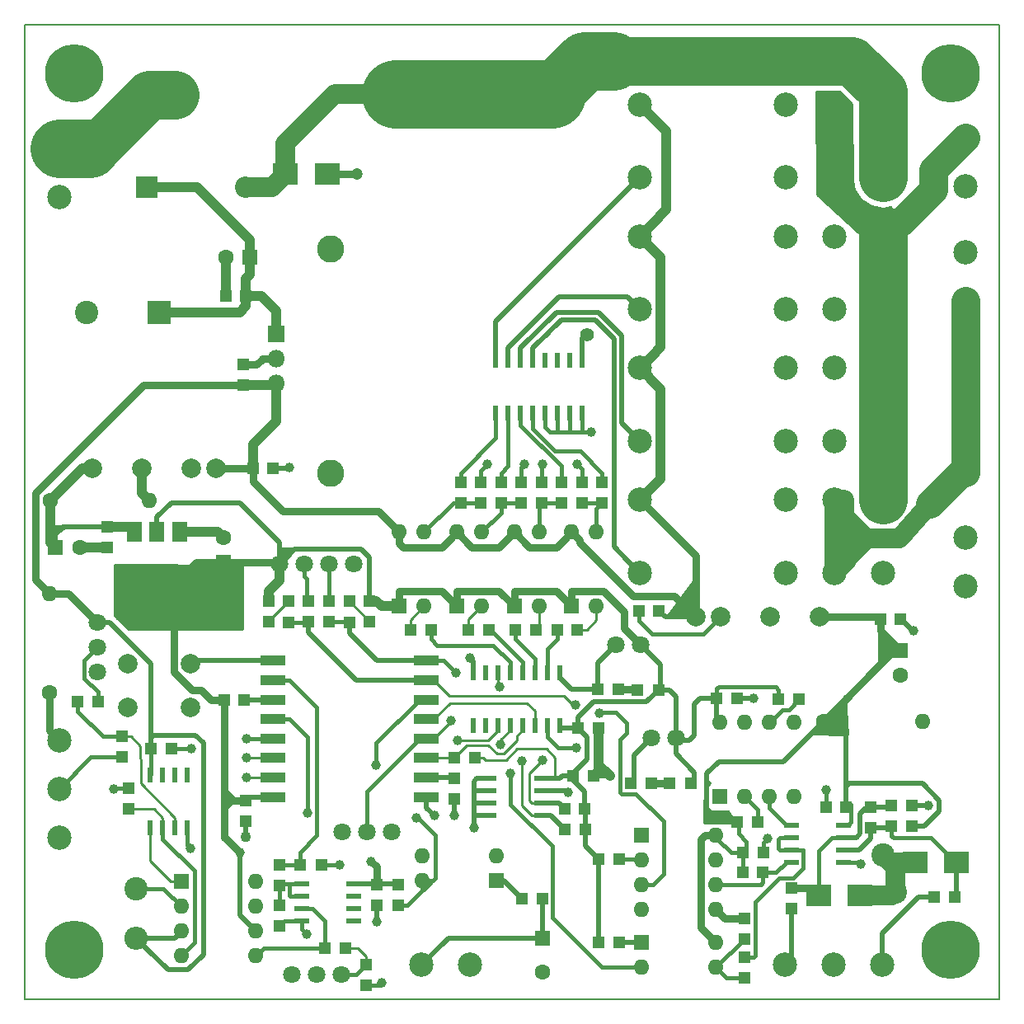
<source format=gbr>
%TF.GenerationSoftware,KiCad,Pcbnew,(6.0.0-rc1-dev-882-gdbc9130da)*%
%TF.CreationDate,2018-12-23T18:02:44+08:00*%
%TF.ProjectId,interface,696E746572666163652E6B696361645F,rev?*%
%TF.SameCoordinates,Original*%
%TF.FileFunction,Copper,L1,Top,Signal*%
%TF.FilePolarity,Positive*%
%FSLAX46Y46*%
G04 Gerber Fmt 4.6, Leading zero omitted, Abs format (unit mm)*
G04 Created by KiCad (PCBNEW (6.0.0-rc1-dev-882-gdbc9130da)) date 2018/12/23 18:02:44*
%MOMM*%
%LPD*%
G01*
G04 APERTURE LIST*
%ADD10C,0.150000*%
%ADD11R,1.200000X1.200000*%
%ADD12R,1.600000X1.600000*%
%ADD13O,1.600000X1.600000*%
%ADD14R,2.500000X2.300000*%
%ADD15R,1.550000X0.600000*%
%ADD16C,2.500000*%
%ADD17C,2.000000*%
%ADD18C,1.600000*%
%ADD19C,2.800000*%
%ADD20R,0.600000X1.550000*%
%ADD21R,2.600000X1.100000*%
%ADD22R,0.600000X1.500000*%
%ADD23R,3.800000X2.000000*%
%ADD24R,1.500000X2.000000*%
%ADD25R,1.800000X1.800000*%
%ADD26O,1.800000X1.800000*%
%ADD27C,2.400000*%
%ADD28O,2.400000X2.400000*%
%ADD29C,1.800000*%
%ADD30O,4.000000X2.500000*%
%ADD31R,2.200000X2.200000*%
%ADD32O,2.200000X2.200000*%
%ADD33R,2.400000X2.400000*%
%ADD34C,1.400000*%
%ADD35C,6.000000*%
%ADD36C,1.000000*%
%ADD37C,1.200000*%
%ADD38C,1.100000*%
%ADD39C,0.762000*%
%ADD40C,0.381000*%
%ADD41C,1.000000*%
%ADD42C,0.508000*%
%ADD43C,1.016000*%
%ADD44C,2.000000*%
%ADD45C,0.254000*%
%ADD46C,7.000000*%
%ADD47C,6.000000*%
%ADD48C,5.000000*%
%ADD49C,3.000000*%
G04 APERTURE END LIST*
D10*
X100000000Y-150000000D02*
X200000000Y-150000000D01*
X200000000Y-150000000D02*
X200000000Y-50000000D01*
X100000000Y-50000000D02*
X200000000Y-50000000D01*
X100000000Y-50000000D02*
X100000000Y-150000000D01*
D11*
X173842680Y-143835120D03*
X173842680Y-141735120D03*
X173842680Y-147840120D03*
X173842680Y-145740120D03*
X193332680Y-139517120D03*
X195432680Y-139517120D03*
X178668680Y-140728120D03*
X178668680Y-138628120D03*
X146211000Y-125222000D03*
X144111000Y-125222000D03*
D12*
X150222372Y-109692440D03*
D13*
X152762372Y-102072440D03*
X152762372Y-109692440D03*
X150222372Y-102072440D03*
D14*
X191368680Y-135961120D03*
X195668680Y-135961120D03*
D11*
X173698480Y-134995920D03*
X175798480Y-134995920D03*
D15*
X178666160Y-132135880D03*
X178666160Y-133405880D03*
X178666160Y-134675880D03*
X178666160Y-135945880D03*
X184066160Y-135945880D03*
X184066160Y-134675880D03*
X184066160Y-133405880D03*
X184066160Y-132135880D03*
D16*
X188103560Y-106239960D03*
X183103560Y-106239960D03*
X178103560Y-106239960D03*
X188103560Y-98739960D03*
X183103560Y-98739960D03*
X178103560Y-98739960D03*
X163103560Y-106239960D03*
X163103560Y-98739960D03*
D17*
X106934000Y-95504000D03*
X112014000Y-95504000D03*
X117094000Y-95504000D03*
X119634000Y-95504000D03*
D18*
X102519480Y-118572280D03*
D13*
X102519480Y-108412280D03*
D14*
X181462680Y-139390120D03*
X185762680Y-139390120D03*
X126722000Y-65278000D03*
X131022000Y-65278000D03*
D19*
X131362542Y-96025806D03*
X131362542Y-73025806D03*
D12*
X163316920Y-133167120D03*
D13*
X170936920Y-140787120D03*
X163316920Y-135707120D03*
X170936920Y-138247120D03*
X163316920Y-138247120D03*
X170936920Y-135707120D03*
X163316920Y-140787120D03*
X170936920Y-133167120D03*
D12*
X171373800Y-129250440D03*
D13*
X178993800Y-121630440D03*
X173913800Y-129250440D03*
X176453800Y-121630440D03*
X176453800Y-129250440D03*
X173913800Y-121630440D03*
X178993800Y-129250440D03*
X171373800Y-121630440D03*
D15*
X128369080Y-138211560D03*
X128369080Y-139481560D03*
X128369080Y-140751560D03*
X128369080Y-142021560D03*
X133769080Y-142021560D03*
X133769080Y-140751560D03*
X133769080Y-139481560D03*
X133769080Y-138211560D03*
D12*
X163316920Y-144195800D03*
D13*
X170936920Y-146735800D03*
X163316920Y-146735800D03*
X170936920Y-144195800D03*
D12*
X116037360Y-137972800D03*
D13*
X123657360Y-145592800D03*
X116037360Y-140512800D03*
X123657360Y-143052800D03*
X116037360Y-143052800D03*
X123657360Y-140512800D03*
X116037360Y-145592800D03*
X123657360Y-137972800D03*
D20*
X112849560Y-132417800D03*
X114119560Y-132417800D03*
X115389560Y-132417800D03*
X116659560Y-132417800D03*
X116659560Y-127017800D03*
X115389560Y-127017800D03*
X114119560Y-127017800D03*
X112849560Y-127017800D03*
D15*
X147668000Y-127381000D03*
X147668000Y-128651000D03*
X147668000Y-129921000D03*
X147668000Y-131191000D03*
X153068000Y-131191000D03*
X153068000Y-129921000D03*
X153068000Y-128651000D03*
X153068000Y-127381000D03*
D21*
X125485160Y-129265440D03*
X141235160Y-129265440D03*
X125485160Y-127265440D03*
X141235160Y-127265440D03*
X125485160Y-125265440D03*
X141235160Y-125265440D03*
X125485160Y-123265440D03*
X141235160Y-123265440D03*
X125485160Y-121265440D03*
X141235160Y-121265440D03*
X125485160Y-119265440D03*
X141235160Y-119265440D03*
X125485160Y-117265440D03*
X141235160Y-117265440D03*
X125485160Y-115265440D03*
X141235160Y-115265440D03*
D22*
X154895000Y-116550000D03*
X153625000Y-116550000D03*
X152355000Y-116550000D03*
X151085000Y-116550000D03*
X149815000Y-116550000D03*
X148545000Y-116550000D03*
X147275000Y-116550000D03*
X146005000Y-116550000D03*
X146005000Y-121950000D03*
X147275000Y-121950000D03*
X148545000Y-121950000D03*
X149815000Y-121950000D03*
X151085000Y-121950000D03*
X152355000Y-121950000D03*
X153625000Y-121950000D03*
X154895000Y-121950000D03*
D12*
X156118560Y-109692440D03*
D13*
X158658560Y-102072440D03*
X158658560Y-109692440D03*
X156118560Y-102072440D03*
D12*
X144326186Y-109692440D03*
D13*
X146866186Y-102072440D03*
X146866186Y-109692440D03*
X144326186Y-102072440D03*
D12*
X148391880Y-137855960D03*
D13*
X140771880Y-135315960D03*
X148391880Y-135315960D03*
X140771880Y-137855960D03*
D12*
X138430000Y-109692440D03*
D13*
X140970000Y-102072440D03*
X140970000Y-109692440D03*
X138430000Y-102072440D03*
D23*
X113538000Y-108306000D03*
D24*
X113538000Y-102006000D03*
X111238000Y-102006000D03*
X115838000Y-102006000D03*
D22*
X148341080Y-89822000D03*
X149611080Y-89822000D03*
X150881080Y-89822000D03*
X152151080Y-89822000D03*
X153421080Y-89822000D03*
X154691080Y-89822000D03*
X155961080Y-89822000D03*
X157231080Y-89822000D03*
X157231080Y-84422000D03*
X155961080Y-84422000D03*
X154691080Y-84422000D03*
X153421080Y-84422000D03*
X152151080Y-84422000D03*
X150881080Y-84422000D03*
X149611080Y-84422000D03*
X148341080Y-84422000D03*
D17*
X181538880Y-110794800D03*
X176458880Y-110794800D03*
X171378880Y-110794800D03*
X168838880Y-110794800D03*
D25*
X125814542Y-81731806D03*
D26*
X125814542Y-84271806D03*
X125814542Y-86811806D03*
D17*
X117020480Y-115540400D03*
X117020480Y-120040400D03*
X110520480Y-115540400D03*
X110520480Y-120040400D03*
D11*
X173673800Y-137037600D03*
X175773800Y-137037600D03*
X158909040Y-135656320D03*
X161009040Y-135656320D03*
X191072480Y-132265420D03*
X188972480Y-132265420D03*
X175231480Y-131820920D03*
X173131480Y-131820920D03*
X186847480Y-132392420D03*
X186847480Y-130292420D03*
X177381480Y-119247920D03*
X179481480Y-119247920D03*
X135031480Y-146500160D03*
X135031480Y-148600160D03*
X130789680Y-144769840D03*
X132889680Y-144769840D03*
X126121160Y-142506120D03*
X126121160Y-140406120D03*
X188942980Y-130169920D03*
X191042980Y-130169920D03*
X126121160Y-138315120D03*
X126121160Y-136215120D03*
X158909040Y-144205960D03*
X161009040Y-144205960D03*
X109987080Y-125166120D03*
X109987080Y-123066120D03*
X110617000Y-128397000D03*
X110617000Y-130497000D03*
D27*
X111394240Y-138663680D03*
D28*
X111394240Y-143743680D03*
D11*
X105365840Y-119476520D03*
X107465840Y-119476520D03*
X144104360Y-129473960D03*
X144104360Y-127373960D03*
X155410480Y-132593080D03*
X157510480Y-132593080D03*
X155380000Y-130469640D03*
X157480000Y-130469640D03*
X157183906Y-96963520D03*
X157183906Y-99063520D03*
X154619960Y-112085120D03*
X156719960Y-112085120D03*
X159263080Y-99063520D03*
X159263080Y-96963520D03*
X153025564Y-96963520D03*
X153025564Y-99063520D03*
X131233160Y-111230120D03*
X131233160Y-109130120D03*
X129106680Y-111230120D03*
X129106680Y-109130120D03*
X150376200Y-112085120D03*
X152476200Y-112085120D03*
X120419440Y-119278400D03*
X122519440Y-119278400D03*
X155104735Y-99063520D03*
X155104735Y-96963520D03*
X135326120Y-111230120D03*
X135326120Y-109130120D03*
X125013720Y-111230120D03*
X125013720Y-109130120D03*
X150946393Y-96963520D03*
X150946393Y-99063520D03*
X147624800Y-112085120D03*
X145524800Y-112085120D03*
X162209480Y-127873760D03*
X164309480Y-127873760D03*
X148867222Y-99063520D03*
X148867222Y-96963520D03*
X158834400Y-118201440D03*
X160934400Y-118201440D03*
X146788051Y-96963520D03*
X146788051Y-99063520D03*
X141710120Y-112085120D03*
X139610120Y-112085120D03*
X153100000Y-139700000D03*
X151000000Y-139700000D03*
X144708880Y-99063520D03*
X144708880Y-96963520D03*
X138277600Y-140374080D03*
X138277600Y-138274080D03*
D18*
X181980840Y-121478040D03*
D13*
X192140840Y-121478040D03*
D18*
X102616000Y-98806000D03*
D13*
X112776000Y-98806000D03*
D16*
X188103560Y-92712972D03*
X183103560Y-92712972D03*
X178103560Y-92712972D03*
X188103560Y-85212972D03*
X183103560Y-85212972D03*
X178103560Y-85212972D03*
X163103560Y-92712972D03*
X163103560Y-85212972D03*
X188103560Y-79185986D03*
X183103560Y-79185986D03*
X178103560Y-79185986D03*
X188103560Y-71685986D03*
X183103560Y-71685986D03*
X178103560Y-71685986D03*
X163103560Y-79185986D03*
X163103560Y-71685986D03*
X188103560Y-65659000D03*
X183103560Y-65659000D03*
X178103560Y-65659000D03*
X188103560Y-58159000D03*
X183103560Y-58159000D03*
X178103560Y-58159000D03*
X163103560Y-65659000D03*
X163103560Y-58159000D03*
D29*
X132440680Y-147523200D03*
X129900680Y-147523200D03*
X127360680Y-147523200D03*
X107416600Y-116443760D03*
X107416600Y-113903760D03*
X107416600Y-111363760D03*
X132521960Y-132811520D03*
X135061960Y-132811520D03*
X137601960Y-132811520D03*
D16*
X188033680Y-146502120D03*
X183033680Y-146502120D03*
X178033680Y-146502120D03*
X103499920Y-133431280D03*
X103499920Y-128431280D03*
X103499920Y-123431280D03*
D29*
X133751320Y-105354120D03*
X131211320Y-105354120D03*
X126131320Y-105354120D03*
X128671320Y-105354120D03*
X164282120Y-123240800D03*
X166822120Y-123240800D03*
D16*
X196535040Y-102661720D03*
X196535040Y-107661720D03*
D29*
X160685480Y-113659920D03*
X163225480Y-113659920D03*
D16*
X145704560Y-146507200D03*
X140704560Y-146507200D03*
X196535040Y-73360280D03*
X196535040Y-78360280D03*
X196535040Y-61593720D03*
X196535040Y-66593720D03*
X103499920Y-67650360D03*
X103499920Y-62650360D03*
D30*
X115449000Y-57086500D03*
X138049000Y-57086500D03*
D11*
X128229360Y-136276080D03*
X130429360Y-136276080D03*
X133279640Y-109130120D03*
X133279640Y-111330120D03*
X127060200Y-109130120D03*
X127060200Y-111330120D03*
X168346480Y-127848360D03*
X166146480Y-127848360D03*
X165029240Y-118257320D03*
X162829240Y-118257320D03*
D31*
X112522000Y-66611500D03*
D32*
X122682000Y-66611500D03*
D11*
X173131480Y-119120920D03*
X171031480Y-119120920D03*
X184322720Y-130271520D03*
X182222720Y-130271520D03*
X136093200Y-138280720D03*
X136093200Y-140380720D03*
X112904560Y-124322840D03*
X115004560Y-124322840D03*
X158391280Y-127071120D03*
X156291280Y-127071120D03*
X122692160Y-129616200D03*
X122692160Y-131716200D03*
X158907480Y-122168920D03*
X156807480Y-122168920D03*
D12*
X153116280Y-143733520D03*
D18*
X153116280Y-147233520D03*
D12*
X120396000Y-105156000D03*
D18*
X120396000Y-102656000D03*
D11*
X187814240Y-111038640D03*
X189914240Y-111038640D03*
D12*
X189880240Y-114264440D03*
D18*
X189880240Y-116764440D03*
D11*
X165103520Y-110159800D03*
X163003520Y-110159800D03*
X122428000Y-86931500D03*
X122428000Y-84831500D03*
X122686500Y-77851000D03*
X120586500Y-77851000D03*
D12*
X123098560Y-73822560D03*
D18*
X120598560Y-73822560D03*
D33*
X113792000Y-79502000D03*
D27*
X106292000Y-79502000D03*
D11*
X108458000Y-101566000D03*
X108458000Y-103666000D03*
D12*
X103124000Y-103632000D03*
D18*
X105624000Y-103632000D03*
D11*
X123376000Y-95504000D03*
X125476000Y-95504000D03*
D34*
X157734000Y-81788000D03*
D35*
X105000000Y-55000000D03*
X195000000Y-55000000D03*
X105000000Y-145000000D03*
X195000000Y-145000000D03*
D36*
X117030500Y-124333000D03*
X147447000Y-95123000D03*
X151257000Y-95123000D03*
X153162000Y-95123000D03*
X156713312Y-95127688D03*
X158115000Y-91821000D03*
D37*
X134112000Y-65278000D03*
D36*
X127101600Y-95453200D03*
X116977160Y-134505120D03*
X109103154Y-128409120D03*
D38*
X122671840Y-133324600D03*
D36*
X132334000Y-136271000D03*
X136144000Y-142113000D03*
X160050480Y-127121920D03*
X142016480Y-131185920D03*
X144048480Y-131185920D03*
X146080480Y-132455920D03*
X174782480Y-119120920D03*
X145648680Y-114980720D03*
X128884680Y-143327126D03*
X136662160Y-148348120D03*
X182275480Y-128518920D03*
X176230982Y-133512719D03*
X185831480Y-136138920D03*
X192752980Y-130169920D03*
D27*
X188117480Y-135249920D03*
D36*
X191216280Y-112186720D03*
D27*
X189336696Y-139009120D03*
D36*
X135539480Y-135884920D03*
X122026680Y-134945120D03*
X159009800Y-120660533D03*
X144227000Y-116514400D03*
X156483733Y-119779533D03*
X156591000Y-124206000D03*
X143739163Y-121450833D03*
X153161998Y-125476000D03*
X140162280Y-131389120D03*
X129006980Y-130889121D03*
X122737880Y-123261120D03*
X151003000Y-125603020D03*
X155732480Y-128772920D03*
X148717000Y-117991008D03*
X122738600Y-125201200D03*
X144398994Y-123444000D03*
X122738600Y-127284000D03*
X148821931Y-123894249D03*
X136048200Y-125963200D03*
X149840782Y-126881692D03*
D39*
X119634000Y-95504000D02*
X123376000Y-95504000D01*
X104465120Y-108412280D02*
X107416600Y-111363760D01*
X102519480Y-108412280D02*
X104465120Y-108412280D01*
D40*
X112904560Y-126962800D02*
X112849560Y-127017800D01*
X112904560Y-124322840D02*
X112904560Y-126962800D01*
D41*
X125694848Y-86931500D02*
X125814542Y-86811806D01*
X122428000Y-86931500D02*
X125694848Y-86931500D01*
X125814542Y-90652458D02*
X123376000Y-93091000D01*
X125814542Y-86811806D02*
X125814542Y-90652458D01*
X123376000Y-93091000D02*
X123376000Y-95504000D01*
D39*
X123376000Y-96866000D02*
X126459000Y-99949000D01*
X123376000Y-95504000D02*
X123376000Y-96866000D01*
X136306560Y-99949000D02*
X138430000Y-102072440D01*
X126459000Y-99949000D02*
X136306560Y-99949000D01*
D42*
X157231080Y-82163920D02*
X157231080Y-84422000D01*
X157734000Y-81788000D02*
X157231080Y-82163920D01*
D41*
X164353559Y-70435987D02*
X163103560Y-71685986D01*
X165862000Y-68927546D02*
X164353559Y-70435987D01*
X165862000Y-60917440D02*
X165862000Y-68927546D01*
X163103560Y-58159000D02*
X165862000Y-60917440D01*
X164353559Y-83962973D02*
X163103560Y-85212972D01*
X165234561Y-83081971D02*
X164353559Y-83962973D01*
X165234561Y-73816987D02*
X165234561Y-83081971D01*
X163103560Y-71685986D02*
X165234561Y-73816987D01*
X164353559Y-97489961D02*
X163103560Y-98739960D01*
X165234561Y-96608959D02*
X164353559Y-97489961D01*
X165234561Y-87343973D02*
X165234561Y-96608959D01*
X163103560Y-85212972D02*
X165234561Y-87343973D01*
D42*
X165738520Y-110794800D02*
X165103520Y-110159800D01*
X168838880Y-110794800D02*
X165738520Y-110794800D01*
X112904560Y-115578928D02*
X112904560Y-123214840D01*
X108689392Y-111363760D02*
X112904560Y-115578928D01*
X107416600Y-111363760D02*
X108689392Y-111363760D01*
D39*
X168838880Y-104475280D02*
X168838880Y-110794800D01*
X163103560Y-98739960D02*
X168838880Y-104475280D01*
X167838881Y-109794801D02*
X168838880Y-110794800D01*
X166714879Y-108670799D02*
X167838881Y-109794801D01*
X162431653Y-108670799D02*
X166714879Y-108670799D01*
X156918559Y-103157705D02*
X162431653Y-108670799D01*
X156918559Y-102872439D02*
X156918559Y-103157705D01*
X156118560Y-102072440D02*
X156918559Y-102872439D01*
X143526187Y-102872439D02*
X144326186Y-102072440D01*
X142764185Y-103634441D02*
X143526187Y-102872439D01*
X138860631Y-103634441D02*
X142764185Y-103634441D01*
X138430000Y-103203810D02*
X138860631Y-103634441D01*
X138430000Y-102072440D02*
X138430000Y-103203810D01*
X149422373Y-102872439D02*
X150222372Y-102072440D01*
X148660371Y-103634441D02*
X149422373Y-102872439D01*
X145888187Y-103634441D02*
X148660371Y-103634441D01*
X144326186Y-102072440D02*
X145888187Y-103634441D01*
X155318561Y-102872439D02*
X156118560Y-102072440D01*
X154556559Y-103634441D02*
X155318561Y-102872439D01*
X151784373Y-103634441D02*
X154556559Y-103634441D01*
X150222372Y-102072440D02*
X151784373Y-103634441D01*
X101719481Y-107612281D02*
X102519480Y-108412280D01*
X101053999Y-106946799D02*
X101719481Y-107612281D01*
X101053999Y-98056239D02*
X101053999Y-106946799D01*
X112178738Y-86931500D02*
X101053999Y-98056239D01*
X122428000Y-86931500D02*
X112178738Y-86931500D01*
D42*
X115346480Y-143743680D02*
X116037360Y-143052800D01*
X111394240Y-143743680D02*
X115346480Y-143743680D01*
X116726161Y-147027801D02*
X114678361Y-147027801D01*
X114678361Y-147027801D02*
X112594239Y-144943679D01*
X118292501Y-123727239D02*
X118292501Y-145461461D01*
X117526101Y-122960839D02*
X118292501Y-123727239D01*
X118292501Y-145461461D02*
X116726161Y-147027801D01*
X113158561Y-122960839D02*
X117526101Y-122960839D01*
X112594239Y-144943679D02*
X111394240Y-143743680D01*
X112904560Y-123214840D02*
X113158561Y-122960839D01*
X112904560Y-124322840D02*
X112904560Y-123214840D01*
D40*
X115985560Y-124322840D02*
X115995720Y-124333000D01*
X115004560Y-124322840D02*
X115985560Y-124322840D01*
X115995720Y-124333000D02*
X117030500Y-124333000D01*
D41*
X120598560Y-77838940D02*
X120586500Y-77851000D01*
X120598560Y-73822560D02*
X120598560Y-77838940D01*
D39*
X123790000Y-84831500D02*
X122428000Y-84831500D01*
X124312994Y-84308506D02*
X123790000Y-84831500D01*
X124312994Y-84271806D02*
X124312994Y-84308506D01*
X125814542Y-84271806D02*
X124312994Y-84271806D01*
D40*
X146788051Y-96963520D02*
X146788051Y-95781949D01*
X146788051Y-95781949D02*
X147447000Y-95123000D01*
X150946393Y-96963520D02*
X150946393Y-95433607D01*
X150946393Y-95433607D02*
X151257000Y-95123000D01*
X153025564Y-96963520D02*
X153025564Y-95259436D01*
X153025564Y-95259436D02*
X153162000Y-95123000D01*
X157183906Y-96963520D02*
X157183906Y-95598282D01*
X157183906Y-95598282D02*
X156713312Y-95127688D01*
X157231080Y-91815920D02*
X157231080Y-89822000D01*
X157226000Y-91821000D02*
X157231080Y-91815920D01*
X155961080Y-91815920D02*
X155956000Y-91821000D01*
X155961080Y-89822000D02*
X155961080Y-91815920D01*
X155956000Y-91821000D02*
X157226000Y-91821000D01*
X154686000Y-90958080D02*
X154686000Y-91821000D01*
X154691080Y-90953000D02*
X154686000Y-90958080D01*
X154691080Y-89822000D02*
X154691080Y-90953000D01*
X154686000Y-91821000D02*
X155956000Y-91821000D01*
X153421080Y-89822000D02*
X153421080Y-91318080D01*
X153924000Y-91821000D02*
X154686000Y-91821000D01*
X153421080Y-91318080D02*
X153924000Y-91821000D01*
X157226000Y-91821000D02*
X158115000Y-91821000D01*
D39*
X131022000Y-65278000D02*
X134112000Y-65278000D01*
D42*
X125476000Y-95504000D02*
X127050800Y-95504000D01*
X127050800Y-95504000D02*
X127101600Y-95453200D01*
D40*
X170378881Y-111794799D02*
X171378880Y-110794800D01*
X169680379Y-112493301D02*
X170378881Y-111794799D01*
X164356021Y-112493301D02*
X169680379Y-112493301D01*
X163003520Y-111140800D02*
X164356021Y-112493301D01*
X163003520Y-110159800D02*
X163003520Y-111140800D01*
X116659560Y-132417800D02*
X116659560Y-134187520D01*
X116659560Y-134187520D02*
X116977160Y-134505120D01*
X109115274Y-128397000D02*
X109103154Y-128409120D01*
X110617000Y-128397000D02*
X109115274Y-128397000D01*
D41*
X105918000Y-95504000D02*
X102616000Y-98806000D01*
X106934000Y-95504000D02*
X105918000Y-95504000D01*
X102616000Y-103124000D02*
X103124000Y-103632000D01*
X102616000Y-98806000D02*
X102616000Y-103124000D01*
X110798000Y-101566000D02*
X111238000Y-102006000D01*
X108458000Y-101566000D02*
X110798000Y-101566000D01*
D42*
X103124000Y-102324000D02*
X103124000Y-103632000D01*
X103882000Y-101566000D02*
X103124000Y-102324000D01*
X108458000Y-101566000D02*
X103882000Y-101566000D01*
X122692160Y-131716200D02*
X122692160Y-133304280D01*
D41*
X112014000Y-98044000D02*
X112776000Y-98806000D01*
X112014000Y-95504000D02*
X112014000Y-98044000D01*
X119746000Y-102006000D02*
X120396000Y-102656000D01*
X115838000Y-102006000D02*
X119746000Y-102006000D01*
X108424000Y-103632000D02*
X108458000Y-103666000D01*
X105624000Y-103632000D02*
X108424000Y-103632000D01*
D40*
X130429360Y-136276080D02*
X132328920Y-136276080D01*
X132328920Y-136276080D02*
X132334000Y-136271000D01*
D42*
X136093200Y-140380720D02*
X136093200Y-142062200D01*
X136093200Y-142062200D02*
X136144000Y-142113000D01*
X158391280Y-127071120D02*
X159999680Y-127071120D01*
X159999680Y-127071120D02*
X160050480Y-127121920D01*
X141235160Y-129265440D02*
X141235160Y-130404600D01*
X141235160Y-130404600D02*
X142016480Y-131185920D01*
X144104360Y-129473960D02*
X144104360Y-131130040D01*
X144104360Y-131130040D02*
X144048480Y-131185920D01*
X146385000Y-127381000D02*
X146080480Y-127685520D01*
X147668000Y-127381000D02*
X146385000Y-127381000D01*
X146080480Y-132074920D02*
X146080480Y-132455920D01*
X146085560Y-131191000D02*
X146080480Y-131185920D01*
X147668000Y-131191000D02*
X146085560Y-131191000D01*
X146080480Y-131185920D02*
X146080480Y-132074920D01*
X146212560Y-129921000D02*
X146080480Y-129788920D01*
X147668000Y-129921000D02*
X146212560Y-129921000D01*
X146080480Y-129788920D02*
X146080480Y-131185920D01*
X146202400Y-128651000D02*
X146080480Y-128772920D01*
X147668000Y-128651000D02*
X146202400Y-128651000D01*
X146080480Y-127685520D02*
X146080480Y-128772920D01*
X146080480Y-128772920D02*
X146080480Y-129788920D01*
X173131480Y-119120920D02*
X174782480Y-119120920D01*
X146005000Y-116550000D02*
X146005000Y-115337040D01*
X146005000Y-115337040D02*
X145648680Y-114980720D01*
D43*
X158907480Y-125978920D02*
X160042471Y-127113911D01*
X158907480Y-122168920D02*
X158907480Y-125978920D01*
X158907480Y-126554920D02*
X158391280Y-127071120D01*
X158907480Y-122168920D02*
X158907480Y-126554920D01*
D40*
X128369080Y-142021560D02*
X128369080Y-142811526D01*
X128384681Y-142827127D02*
X128884680Y-143327126D01*
X128369080Y-142811526D02*
X128384681Y-142827127D01*
X126605720Y-142021560D02*
X126121160Y-142506120D01*
X128369080Y-142021560D02*
X126605720Y-142021560D01*
X135031480Y-148600160D02*
X136410120Y-148600160D01*
X136410120Y-148600160D02*
X136662160Y-148348120D01*
D41*
X123098560Y-72022560D02*
X123098560Y-73822560D01*
X117687500Y-66611500D02*
X123098560Y-72022560D01*
X112522000Y-66611500D02*
X117687500Y-66611500D01*
X125814542Y-79379042D02*
X125814542Y-81731806D01*
X122686500Y-77851000D02*
X124286500Y-77851000D01*
X124286500Y-77851000D02*
X125814542Y-79379042D01*
X122686500Y-76034620D02*
X122686500Y-77851000D01*
X123098560Y-73822560D02*
X123098560Y-75622560D01*
X123098560Y-75622560D02*
X122686500Y-76034620D01*
X122686500Y-78841600D02*
X122686500Y-77851000D01*
X122026100Y-79502000D02*
X122686500Y-78841600D01*
X113792000Y-79502000D02*
X122026100Y-79502000D01*
D40*
X184066160Y-132135880D02*
X184500520Y-132135880D01*
X184500520Y-132135880D02*
X184815480Y-131820920D01*
X184815480Y-131820920D02*
X184815480Y-130042920D01*
X173698480Y-134995920D02*
X172717480Y-134995920D01*
X172496480Y-134995920D02*
X171099480Y-133598920D01*
X172717480Y-134995920D02*
X172496480Y-134995920D01*
X173258480Y-133055920D02*
X174055480Y-133852920D01*
X173258480Y-132074920D02*
X173258480Y-133055920D01*
X174055480Y-135214920D02*
X174020480Y-135249920D01*
X174055480Y-133852920D02*
X174055480Y-135214920D01*
D42*
X173131480Y-131820920D02*
X171201278Y-131820920D01*
X171201278Y-131820920D02*
X169938799Y-130558441D01*
X177843279Y-125615601D02*
X181980840Y-121478040D01*
X184322720Y-122438160D02*
X184322720Y-127883920D01*
X183362600Y-121478040D02*
X184322720Y-122438160D01*
X181980840Y-121478040D02*
X183362600Y-121478040D01*
X169974161Y-126867920D02*
X171226480Y-125615601D01*
X169938799Y-126867920D02*
X169974161Y-126867920D01*
X171226480Y-125615601D02*
X177843279Y-125615601D01*
X169938799Y-130558441D02*
X169938799Y-126867920D01*
X184322720Y-127883920D02*
X184322720Y-128836420D01*
X184322720Y-128836420D02*
X184322720Y-130271520D01*
X192180480Y-132265420D02*
X191072480Y-132265420D01*
X192337282Y-132265420D02*
X192180480Y-132265420D01*
X193887981Y-130714721D02*
X192337282Y-132265420D01*
X193887981Y-129625119D02*
X193887981Y-130714721D01*
X192146782Y-127883920D02*
X193887981Y-129625119D01*
X184322720Y-127883920D02*
X192146782Y-127883920D01*
D39*
X187570400Y-110794800D02*
X187814240Y-111038640D01*
X181538880Y-110794800D02*
X187570400Y-110794800D01*
X187814240Y-112198440D02*
X189880240Y-114264440D01*
X187814240Y-111038640D02*
X187814240Y-112198440D01*
X189194440Y-114264440D02*
X189880240Y-114264440D01*
X181980840Y-121478040D02*
X189194440Y-114264440D01*
D42*
X169938799Y-131782919D02*
X169976800Y-131820920D01*
X169938799Y-126867920D02*
X169938799Y-131782919D01*
X173131480Y-131820920D02*
X169976800Y-131820920D01*
D40*
X173698480Y-137012920D02*
X173673800Y-137037600D01*
X173698480Y-134995920D02*
X173698480Y-137012920D01*
D39*
X170136921Y-143395801D02*
X170936920Y-144195800D01*
X169374919Y-142633799D02*
X170136921Y-143395801D01*
X169374919Y-133597751D02*
X169374919Y-142633799D01*
X169805550Y-133167120D02*
X169374919Y-133597751D01*
X170936920Y-133167120D02*
X169805550Y-133167120D01*
D40*
X182222720Y-130271520D02*
X182222720Y-128571680D01*
X182222720Y-128571680D02*
X182275480Y-128518920D01*
X175798480Y-134995920D02*
X175798480Y-133945221D01*
X175798480Y-133945221D02*
X176230982Y-133512719D01*
X184066160Y-135945880D02*
X185638440Y-135945880D01*
X185638440Y-135945880D02*
X185831480Y-136138920D01*
D42*
X191042980Y-130169920D02*
X192752980Y-130169920D01*
X189914240Y-111038640D02*
X189966600Y-111038640D01*
X189966600Y-111038640D02*
X191114680Y-112186720D01*
X191114680Y-112186720D02*
X191216280Y-112186720D01*
D44*
X189012680Y-139390120D02*
X189336696Y-139066104D01*
X189336696Y-139066104D02*
X189336696Y-139009120D01*
X185762680Y-139390120D02*
X189012680Y-139390120D01*
X189336696Y-136469136D02*
X188117480Y-135249920D01*
X189336696Y-139009120D02*
X189336696Y-136469136D01*
X188828680Y-135961120D02*
X188117480Y-135249920D01*
X191368680Y-135961120D02*
X188828680Y-135961120D01*
D39*
X171884920Y-141735120D02*
X170936920Y-140787120D01*
X173842680Y-141735120D02*
X171884920Y-141735120D01*
D42*
X122580160Y-129504200D02*
X122692160Y-129616200D01*
X125485160Y-129265440D02*
X123058160Y-129265440D01*
D39*
X121958000Y-105156000D02*
X120396000Y-105156000D01*
X114438000Y-108306000D02*
X113538000Y-108306000D01*
X117588000Y-105156000D02*
X114438000Y-108306000D01*
X120396000Y-105156000D02*
X117588000Y-105156000D01*
X125933200Y-105156000D02*
X126131320Y-105354120D01*
X120396000Y-105156000D02*
X125933200Y-105156000D01*
D41*
X126131320Y-105354120D02*
X126131320Y-107040680D01*
X125013720Y-108158280D02*
X125013720Y-108331000D01*
X126131320Y-107040680D02*
X125013720Y-108158280D01*
X125013720Y-108331000D02*
X125013720Y-109130120D01*
X135326120Y-109130120D02*
X136054120Y-109130120D01*
X136616440Y-109692440D02*
X138430000Y-109692440D01*
X136054120Y-109130120D02*
X136616440Y-109692440D01*
D42*
X113538000Y-100498000D02*
X113538000Y-102006000D01*
X114996320Y-99039680D02*
X113538000Y-100498000D01*
X122047000Y-99039680D02*
X114996320Y-99039680D01*
X126131320Y-103124000D02*
X122047000Y-99039680D01*
X126131320Y-105354120D02*
X126131320Y-103124000D01*
X138215080Y-138211560D02*
X138277600Y-138274080D01*
X133769080Y-138211560D02*
X138215080Y-138211560D01*
X164125479Y-114559919D02*
X164125479Y-114595479D01*
X163225480Y-113659920D02*
X164125479Y-114559919D01*
X165227000Y-115697000D02*
X165227000Y-118364000D01*
X164125479Y-114595479D02*
X165227000Y-115697000D01*
D39*
X119057440Y-119278400D02*
X120419440Y-119278400D01*
X117150717Y-118278399D02*
X118057439Y-118278399D01*
X115258479Y-116386161D02*
X117150717Y-118278399D01*
X115258479Y-111855521D02*
X115258479Y-116386161D01*
X120396000Y-106718000D02*
X115258479Y-111855521D01*
X118057439Y-118278399D02*
X119057440Y-119278400D01*
X120396000Y-105156000D02*
X120396000Y-106718000D01*
D42*
X136093200Y-136692640D02*
X136093200Y-138280720D01*
D39*
X120465160Y-129616200D02*
X120419440Y-129661920D01*
D42*
X120419440Y-128705480D02*
X120419440Y-129661920D01*
X120419440Y-129661920D02*
X120419440Y-133464880D01*
D39*
X120419440Y-119278400D02*
X120419440Y-127375920D01*
X120419440Y-127375920D02*
X120419440Y-128705480D01*
X122692160Y-129616200D02*
X120465160Y-129616200D01*
D42*
X121354160Y-129616200D02*
X120419440Y-130550920D01*
X122692160Y-129616200D02*
X121354160Y-129616200D01*
D39*
X120419440Y-130550920D02*
X120419440Y-133464880D01*
D42*
X121516720Y-129616200D02*
X120419440Y-128518920D01*
X122692160Y-129616200D02*
X121516720Y-129616200D01*
D39*
X120419440Y-127375920D02*
X120419440Y-128518920D01*
X120419440Y-128518920D02*
X120419440Y-130550920D01*
D42*
X156807480Y-121060920D02*
X156807480Y-122168920D01*
X158376079Y-119492321D02*
X156807480Y-121060920D01*
X163794239Y-119492321D02*
X158376079Y-119492321D01*
X165029240Y-118257320D02*
X163794239Y-119492321D01*
X156807480Y-122168920D02*
X155097480Y-122168920D01*
X156291280Y-127071120D02*
X155183280Y-127071120D01*
X155183280Y-127071120D02*
X154873400Y-127381000D01*
X157510480Y-130500120D02*
X157480000Y-130469640D01*
X157510480Y-132593080D02*
X157510480Y-130500120D01*
X157510480Y-134257760D02*
X158909040Y-135656320D01*
X157510480Y-132593080D02*
X157510480Y-134257760D01*
X158909040Y-135656320D02*
X158909040Y-144205960D01*
X156291280Y-127071120D02*
X156291280Y-127553720D01*
X157480000Y-128742440D02*
X157480000Y-130469640D01*
X156291280Y-127553720D02*
X157480000Y-128742440D01*
X166137240Y-118257320D02*
X165029240Y-118257320D01*
X166822120Y-118942200D02*
X166137240Y-118257320D01*
X166822120Y-123240800D02*
X166822120Y-118942200D01*
X168712240Y-126740360D02*
X168712240Y-127848360D01*
X166822120Y-124850240D02*
X168712240Y-126740360D01*
X166822120Y-123240800D02*
X166822120Y-124850240D01*
X167035480Y-123438920D02*
X166908480Y-123311920D01*
X171031480Y-119120920D02*
X169321480Y-119120920D01*
X169321480Y-119120920D02*
X168686480Y-119755920D01*
X168178480Y-123438920D02*
X168686480Y-122930920D01*
X168686480Y-119755920D02*
X168686480Y-122930920D01*
X168178480Y-123438920D02*
X167035480Y-123438920D01*
X171031480Y-121288120D02*
X171373800Y-121630440D01*
X171031480Y-119120920D02*
X171031480Y-121288120D01*
D39*
X136093200Y-136438640D02*
X136093200Y-136692640D01*
X135539480Y-135884920D02*
X136093200Y-136438640D01*
X136093200Y-136438640D02*
X136093200Y-138280720D01*
D42*
X127031319Y-104454121D02*
X126131320Y-105354120D01*
X127666321Y-103819119D02*
X127031319Y-104454121D01*
X134488121Y-103819119D02*
X127666321Y-103819119D01*
X135326120Y-104657118D02*
X134488121Y-103819119D01*
X135326120Y-109130120D02*
X135326120Y-104657118D01*
D39*
X148660371Y-108130439D02*
X150222372Y-109692440D01*
X144326187Y-108130439D02*
X148660371Y-108130439D01*
X144326186Y-109692440D02*
X144326187Y-108130439D01*
X142764185Y-108130439D02*
X144326186Y-109692440D01*
X138430001Y-108130439D02*
X142764185Y-108130439D01*
X138430000Y-109692440D02*
X138430001Y-108130439D01*
X154556559Y-108130439D02*
X156118560Y-109692440D01*
X150222373Y-108130439D02*
X154556559Y-108130439D01*
X150222372Y-109692440D02*
X150222373Y-108130439D01*
X162325481Y-112759921D02*
X163225480Y-113659920D01*
X161514519Y-111948959D02*
X162325481Y-112759921D01*
X161514519Y-110236637D02*
X161514519Y-111948959D01*
X159408321Y-108130439D02*
X161514519Y-110236637D01*
X156118561Y-108130439D02*
X159408321Y-108130439D01*
X156118560Y-109692440D02*
X156118561Y-108130439D01*
D40*
X177381480Y-118266920D02*
X177381480Y-119247920D01*
X177063979Y-117949419D02*
X177381480Y-118266920D01*
X171221981Y-117949419D02*
X177063979Y-117949419D01*
X171031480Y-118139920D02*
X171221981Y-117949419D01*
X171031480Y-119120920D02*
X171031480Y-118139920D01*
D42*
X154432000Y-127381000D02*
X153068000Y-127381000D01*
X154873400Y-127381000D02*
X154432000Y-127381000D01*
D45*
X154432000Y-125254160D02*
X154432000Y-127381000D01*
X153518839Y-124340999D02*
X154432000Y-125254160D01*
X146211000Y-125222000D02*
X147065000Y-125222000D01*
X147296141Y-125453141D02*
X149407017Y-125453141D01*
X150519159Y-124340999D02*
X153518839Y-124340999D01*
X147065000Y-125222000D02*
X147296141Y-125453141D01*
X149407017Y-125453141D02*
X150519159Y-124340999D01*
D42*
X156807480Y-122168920D02*
X157726001Y-123087441D01*
X157726001Y-123087441D02*
X157726001Y-125382399D01*
X157726001Y-125382399D02*
X156113480Y-126994920D01*
D39*
X120546440Y-133464880D02*
X121526681Y-134445121D01*
X120419440Y-133464880D02*
X120546440Y-133464880D01*
X121526681Y-134445121D02*
X122026680Y-134945120D01*
D42*
X122026680Y-141422120D02*
X123657360Y-143052800D01*
X122026680Y-134945120D02*
X122026680Y-141422120D01*
D46*
X138049000Y-57086500D02*
X154032010Y-57086500D01*
D47*
X154032010Y-57086500D02*
X157461010Y-53657500D01*
X157461010Y-53657500D02*
X160401000Y-53657500D01*
D44*
X125388500Y-66611500D02*
X126722000Y-65278000D01*
X122682000Y-66611500D02*
X125388500Y-66611500D01*
X134049000Y-57086500D02*
X138049000Y-57086500D01*
X131763500Y-57086500D02*
X134049000Y-57086500D01*
X126722000Y-62128000D02*
X131763500Y-57086500D01*
X126722000Y-65278000D02*
X126722000Y-62128000D01*
D48*
X184903902Y-53657500D02*
X188103560Y-56857158D01*
X157461010Y-53657500D02*
X184903902Y-53657500D01*
X188103560Y-56857158D02*
X188103560Y-63891234D01*
X188103560Y-63891234D02*
X188103560Y-65659000D01*
D39*
X162773360Y-118201440D02*
X162829240Y-118257320D01*
X160934400Y-118201440D02*
X162773360Y-118201440D01*
X166121080Y-127873760D02*
X166146480Y-127848360D01*
X164309480Y-127873760D02*
X166121080Y-127873760D01*
D40*
X133179640Y-111230120D02*
X133279640Y-111330120D01*
X131233160Y-111230120D02*
X133179640Y-111230120D01*
D42*
X139427160Y-115265440D02*
X141235160Y-115265440D01*
X136106960Y-115265440D02*
X139427160Y-115265440D01*
X133279640Y-112438120D02*
X136106960Y-115265440D01*
X133279640Y-111330120D02*
X133279640Y-112438120D01*
D40*
X162726861Y-128918261D02*
X161253879Y-128918261D01*
X165563000Y-137132410D02*
X165563000Y-131754400D01*
X159091933Y-120578400D02*
X159009800Y-120660533D01*
X161121981Y-128786363D02*
X161121981Y-123354041D01*
X163316920Y-138247120D02*
X164448290Y-138247120D01*
X161121981Y-123354041D02*
X161757701Y-122718321D01*
X165563000Y-131754400D02*
X162726861Y-128918261D01*
X160646422Y-120578400D02*
X159091933Y-120578400D01*
X164448290Y-138247120D02*
X165563000Y-137132410D01*
X161253879Y-128918261D02*
X161121981Y-128786363D01*
X161757701Y-122718321D02*
X161757701Y-121689679D01*
X161757701Y-121689679D02*
X160646422Y-120578400D01*
X142978040Y-115265440D02*
X141235160Y-115265440D01*
X144227000Y-116514400D02*
X142978040Y-115265440D01*
D45*
X125013720Y-111176600D02*
X127060200Y-109130120D01*
X125013720Y-111230120D02*
X125013720Y-111176600D01*
D40*
X129006680Y-111330120D02*
X129106680Y-111230120D01*
X127060200Y-111330120D02*
X129006680Y-111330120D01*
D42*
X139427160Y-117265440D02*
X141235160Y-117265440D01*
X134034000Y-117265440D02*
X139427160Y-117265440D01*
X129106680Y-112338120D02*
X134034000Y-117265440D01*
X129106680Y-111230120D02*
X129106680Y-112338120D01*
D40*
X177253799Y-120830441D02*
X176453800Y-121630440D01*
X177791819Y-120292421D02*
X177253799Y-120830441D01*
X178436979Y-120292421D02*
X177791819Y-120292421D01*
X179481480Y-119247920D02*
X178436979Y-120292421D01*
D45*
X155322208Y-118872008D02*
X156229733Y-119779533D01*
X156229733Y-119779533D02*
X156483733Y-119779533D01*
X141985160Y-117265440D02*
X143591728Y-118872008D01*
X141235160Y-117265440D02*
X141985160Y-117265440D01*
X143591728Y-118872008D02*
X155322208Y-118872008D01*
X133279640Y-109183640D02*
X135326120Y-111230120D01*
X133279640Y-109130120D02*
X133279640Y-109183640D01*
D40*
X127166160Y-117265440D02*
X129951480Y-120050760D01*
X125485160Y-117265440D02*
X127166160Y-117265440D01*
X129951480Y-120050760D02*
X129951480Y-133217920D01*
X128229360Y-134940040D02*
X128229360Y-135503920D01*
X129951480Y-133217920D02*
X128229360Y-134940040D01*
X128229360Y-136276080D02*
X128229360Y-135503920D01*
X128168400Y-136215120D02*
X128229360Y-136276080D01*
X126121160Y-136215120D02*
X128168400Y-136215120D01*
D42*
X178668680Y-145867120D02*
X178033680Y-146502120D01*
X178668680Y-140728120D02*
X178668680Y-145867120D01*
X188033680Y-144734354D02*
X188033680Y-146502120D01*
X188033680Y-143225884D02*
X188033680Y-144734354D01*
X191742444Y-139517120D02*
X188033680Y-143225884D01*
X193332680Y-139517120D02*
X191742444Y-139517120D01*
X185739479Y-131023921D02*
X186339480Y-130423920D01*
X185739479Y-133015561D02*
X185739479Y-131023921D01*
X185349160Y-133405880D02*
X185739479Y-133015561D01*
X184066160Y-133405880D02*
X185349160Y-133405880D01*
X188820480Y-130292420D02*
X188942980Y-130169920D01*
X186847480Y-130292420D02*
X188820480Y-130292420D01*
X186847480Y-133500420D02*
X186847480Y-132392420D01*
X185672020Y-134675880D02*
X186847480Y-133500420D01*
X184066160Y-134675880D02*
X185672020Y-134675880D01*
X188845480Y-132392420D02*
X188972480Y-132265420D01*
X186847480Y-132392420D02*
X188845480Y-132392420D01*
D47*
X103499920Y-62650360D02*
X106640640Y-62650360D01*
D48*
X107275640Y-62650360D02*
X112776000Y-57150000D01*
X106640640Y-62650360D02*
X107275640Y-62650360D01*
X112776000Y-57150000D02*
X115385500Y-57150000D01*
D49*
X183103560Y-59944000D02*
X183103560Y-64262000D01*
D44*
X183103560Y-64262000D02*
X183103560Y-65659000D01*
X183103560Y-58159000D02*
X183103560Y-59944000D01*
D48*
X188103560Y-71685986D02*
X188103560Y-98739960D01*
D49*
X189622536Y-70167010D02*
X188103560Y-71685986D01*
X189970838Y-70167010D02*
X189622536Y-70167010D01*
X193277039Y-66860809D02*
X189970838Y-70167010D01*
X193277039Y-64851721D02*
X193277039Y-66860809D01*
X196535040Y-61593720D02*
X193277039Y-64851721D01*
D44*
X186443388Y-102747970D02*
X189763732Y-102747970D01*
X184095550Y-100400132D02*
X186443388Y-102747970D01*
X183103560Y-98739960D02*
X184095550Y-98739960D01*
X184095550Y-98739960D02*
X184095550Y-100400132D01*
D49*
X196535040Y-78360280D02*
X196535040Y-95976662D01*
X196123338Y-95976662D02*
X192913000Y-99187000D01*
X196535040Y-95976662D02*
X196123338Y-95976662D01*
D44*
X189763732Y-102747970D02*
X192913000Y-99187000D01*
X183103560Y-98739960D02*
X183103560Y-106239960D01*
X184353559Y-104837799D02*
X186443388Y-102747970D01*
X184353559Y-104989961D02*
X184353559Y-104837799D01*
X183103560Y-106239960D02*
X184353559Y-104989961D01*
D42*
X158496000Y-118110000D02*
X158623000Y-118237000D01*
X156132000Y-118237000D02*
X158750000Y-118237000D01*
X154895000Y-117000000D02*
X156132000Y-118237000D01*
X154895000Y-116550000D02*
X154895000Y-117000000D01*
X158834400Y-115511000D02*
X158834400Y-116072920D01*
X160685480Y-113659920D02*
X158834400Y-115511000D01*
X158834400Y-116072920D02*
X158834400Y-118201440D01*
X162563120Y-124959800D02*
X162563120Y-127873760D01*
X164282120Y-123240800D02*
X162563120Y-124959800D01*
D40*
X153625000Y-121950000D02*
X153625000Y-123081000D01*
X153625000Y-123081000D02*
X154750000Y-124206000D01*
X154750000Y-124206000D02*
X155883894Y-124206000D01*
X155883894Y-124206000D02*
X156591000Y-124206000D01*
X131211320Y-109108280D02*
X131233160Y-109130120D01*
X131211320Y-105354120D02*
X131211320Y-109108280D01*
X128905000Y-106860592D02*
X128905000Y-108839000D01*
X128671320Y-106626912D02*
X128905000Y-106860592D01*
X128671320Y-105354120D02*
X128671320Y-106626912D01*
D39*
X102519480Y-122450840D02*
X103499920Y-123431280D01*
X102519480Y-118572280D02*
X102519480Y-122450840D01*
D40*
X106765080Y-125166120D02*
X103499920Y-128431280D01*
X109987080Y-125166120D02*
X106765080Y-125166120D01*
X140485160Y-123265440D02*
X141235160Y-123265440D01*
X135061960Y-128688640D02*
X140485160Y-123265440D01*
X135061960Y-132811520D02*
X135061960Y-128688640D01*
D42*
X154831360Y-129921000D02*
X155380000Y-130469640D01*
X153068000Y-129921000D02*
X154831360Y-129921000D01*
D45*
X141985160Y-123265440D02*
X143739163Y-121511437D01*
X141235160Y-123265440D02*
X141985160Y-123265440D01*
X143739163Y-121511437D02*
X143739163Y-121450833D01*
X153068000Y-129921000D02*
X152039000Y-129921000D01*
X151784999Y-126852999D02*
X153161998Y-125476000D01*
X151784999Y-129666999D02*
X151784999Y-126852999D01*
X152039000Y-129921000D02*
X151784999Y-129666999D01*
D40*
X107465840Y-118495520D02*
X107465840Y-119476520D01*
X106072099Y-117101779D02*
X107465840Y-118495520D01*
X106072099Y-115248261D02*
X106072099Y-117101779D01*
X107416600Y-113903760D02*
X106072099Y-115248261D01*
X134008440Y-147523200D02*
X135031480Y-146500160D01*
X132440680Y-147523200D02*
X134008440Y-147523200D01*
D45*
X133743680Y-144769840D02*
X132889680Y-144769840D01*
X134155160Y-144769840D02*
X133743680Y-144769840D01*
X135031480Y-145646160D02*
X134155160Y-144769840D01*
X135031480Y-146500160D02*
X135031480Y-145646160D01*
D42*
X148341080Y-80421480D02*
X163103560Y-65659000D01*
X148341080Y-84422000D02*
X148341080Y-80421480D01*
X149611080Y-83164000D02*
X154839093Y-77935987D01*
X161853561Y-77935987D02*
X163103560Y-79185986D01*
X149611080Y-84422000D02*
X149611080Y-83164000D01*
X154839093Y-77935987D02*
X161853561Y-77935987D01*
X150881080Y-84422000D02*
X150881080Y-83164000D01*
X150881080Y-83164000D02*
X154535092Y-79509988D01*
X158848438Y-79509988D02*
X161218559Y-81880109D01*
X154535092Y-79509988D02*
X158848438Y-79509988D01*
X161218559Y-90827971D02*
X161853561Y-91462973D01*
X161218559Y-81880109D02*
X161218559Y-90827971D01*
X161853561Y-91462973D02*
X163103560Y-92712972D01*
X152151080Y-84422000D02*
X152151080Y-83164000D01*
X152151080Y-83164000D02*
X153773082Y-81541998D01*
X161853561Y-104989961D02*
X163103560Y-106239960D01*
X155043082Y-80271998D02*
X158532802Y-80271998D01*
X152151080Y-83164000D02*
X155043082Y-80271998D01*
X160456548Y-103592948D02*
X161853561Y-104989961D01*
X160456548Y-82195744D02*
X160456548Y-103592948D01*
X158532802Y-80271998D02*
X160456548Y-82195744D01*
D40*
X140771880Y-138860800D02*
X140771880Y-137855960D01*
X139258600Y-140374080D02*
X140771880Y-138860800D01*
X138277600Y-140374080D02*
X139258600Y-140374080D01*
X142143381Y-137615829D02*
X142143381Y-133217821D01*
X140771880Y-137855960D02*
X141903250Y-137855960D01*
X141903250Y-137855960D02*
X142143381Y-137615829D01*
X142143381Y-133217821D02*
X140314680Y-131389120D01*
X140314680Y-131389120D02*
X140162280Y-131389120D01*
X129006980Y-123106260D02*
X129006980Y-124683520D01*
X127166160Y-121265440D02*
X129006980Y-123106260D01*
X125485160Y-121265440D02*
X127166160Y-121265440D01*
X129006980Y-130889121D02*
X129006980Y-124683520D01*
X143978920Y-99063520D02*
X144708880Y-99063520D01*
X140970000Y-102072440D02*
X143978920Y-99063520D01*
X144708880Y-99063520D02*
X146788051Y-99063520D01*
X148336000Y-92355400D02*
X148336000Y-89789000D01*
X144708880Y-95982520D02*
X148336000Y-92355400D01*
X144708880Y-96963520D02*
X144708880Y-95982520D01*
D42*
X149155960Y-137855960D02*
X151000000Y-139700000D01*
X148391880Y-137855960D02*
X149155960Y-137855960D01*
D40*
X149815000Y-116550000D02*
X149815000Y-115419000D01*
X142330000Y-113686000D02*
X148082000Y-113686000D01*
X141710120Y-113066120D02*
X142330000Y-113686000D01*
X141710120Y-112085120D02*
X141710120Y-113066120D01*
X149815000Y-115419000D02*
X148082000Y-113686000D01*
D45*
X139610120Y-111052320D02*
X139610120Y-112085120D01*
X140970000Y-109692440D02*
X139610120Y-111052320D01*
D40*
X148867222Y-100071404D02*
X148867222Y-99063520D01*
X146866186Y-102072440D02*
X148867222Y-100071404D01*
X148867222Y-99063520D02*
X150946393Y-99063520D01*
X149606000Y-95243742D02*
X149606000Y-89535000D01*
X148867222Y-95982520D02*
X149606000Y-95243742D01*
X148867222Y-96963520D02*
X148867222Y-95982520D01*
X147807000Y-112141000D02*
X147701000Y-112141000D01*
X151085000Y-115419000D02*
X147807000Y-112141000D01*
X151085000Y-116550000D02*
X151085000Y-115419000D01*
D45*
X145524800Y-111033826D02*
X145524800Y-112085120D01*
X146866186Y-109692440D02*
X145524800Y-111033826D01*
D40*
X152762372Y-99326712D02*
X153025564Y-99063520D01*
X152762372Y-102072440D02*
X152762372Y-99326712D01*
X153025564Y-99063520D02*
X155104735Y-99063520D01*
X150881080Y-90953000D02*
X150881080Y-89822000D01*
X150881080Y-91073119D02*
X150881080Y-90953000D01*
X155104735Y-95296774D02*
X150881080Y-91073119D01*
X155104735Y-96963520D02*
X155104735Y-95296774D01*
D42*
X125472200Y-119278400D02*
X125485160Y-119265440D01*
X122519440Y-119278400D02*
X125472200Y-119278400D01*
D40*
X152355000Y-115419000D02*
X152355000Y-116550000D01*
X152355000Y-115044920D02*
X152355000Y-115419000D01*
X150376200Y-113066120D02*
X152355000Y-115044920D01*
X150376200Y-112085120D02*
X150376200Y-113066120D01*
D45*
X152762372Y-111798948D02*
X152476200Y-112085120D01*
X152762372Y-109692440D02*
X152762372Y-111798948D01*
D40*
X158658560Y-99668040D02*
X159263080Y-99063520D01*
X158658560Y-102072440D02*
X158658560Y-99668040D01*
X157183906Y-99063520D02*
X159263080Y-99063520D01*
X159263080Y-95982520D02*
X157006560Y-93726000D01*
X159263080Y-96963520D02*
X159263080Y-95982520D01*
X152151080Y-90953000D02*
X152151080Y-89822000D01*
X152151080Y-91445080D02*
X152151080Y-90953000D01*
X154432000Y-93726000D02*
X152151080Y-91445080D01*
X157006560Y-93726000D02*
X154432000Y-93726000D01*
X153625000Y-115419000D02*
X153625000Y-116550000D01*
X153625000Y-114061080D02*
X153625000Y-115419000D01*
X154619960Y-113066120D02*
X153625000Y-114061080D01*
X154619960Y-112085120D02*
X154619960Y-113066120D01*
D45*
X158658560Y-109692440D02*
X158658560Y-111089440D01*
X157662880Y-112085120D02*
X156719960Y-112085120D01*
X158658560Y-111089440D02*
X157662880Y-112085120D01*
D42*
X154008400Y-131191000D02*
X155410480Y-132593080D01*
X153068000Y-131191000D02*
X154008400Y-131191000D01*
D40*
X125485160Y-123265440D02*
X122742200Y-123265440D01*
X122742200Y-123265440D02*
X122737880Y-123261120D01*
D45*
X150983400Y-126329726D02*
X151003000Y-126310126D01*
X150983400Y-130135400D02*
X150983400Y-126329726D01*
X152039000Y-131191000D02*
X150983400Y-130135400D01*
X153068000Y-131191000D02*
X152039000Y-131191000D01*
X151003000Y-126310126D02*
X151003000Y-125603020D01*
D42*
X143995840Y-127265440D02*
X144104360Y-127373960D01*
X141235160Y-127265440D02*
X143995840Y-127265440D01*
D40*
X109006080Y-123066120D02*
X109987080Y-123066120D01*
X107974440Y-123066120D02*
X109006080Y-123066120D01*
X105365840Y-120457520D02*
X107974440Y-123066120D01*
X105365840Y-119476520D02*
X105365840Y-120457520D01*
X109987080Y-123066120D02*
X110112120Y-123066120D01*
D45*
X115389560Y-131388800D02*
X115389560Y-132417800D01*
X111898159Y-125430841D02*
X111898159Y-127897399D01*
X111898159Y-127897399D02*
X115389560Y-131388800D01*
X111796559Y-125329241D02*
X111898159Y-125430841D01*
X111796559Y-124021599D02*
X111796559Y-125329241D01*
X110841080Y-123066120D02*
X111796559Y-124021599D01*
X109987080Y-123066120D02*
X110841080Y-123066120D01*
D40*
X114188240Y-138663680D02*
X116037360Y-140512800D01*
X111394240Y-138663680D02*
X114188240Y-138663680D01*
D45*
X111471000Y-130497000D02*
X110617000Y-130497000D01*
X113227760Y-130497000D02*
X111471000Y-130497000D01*
X114119560Y-131388800D02*
X113227760Y-130497000D01*
X114119560Y-132417800D02*
X114119560Y-131388800D01*
D40*
X114119560Y-133573800D02*
X114119560Y-132417800D01*
X117408861Y-136863101D02*
X114119560Y-133573800D01*
X117408861Y-144221299D02*
X117408861Y-136863101D01*
X116037360Y-145592800D02*
X117408861Y-144221299D01*
D42*
X163306760Y-144205960D02*
X163316920Y-144195800D01*
X161009040Y-144205960D02*
X163306760Y-144205960D01*
D40*
X177510160Y-133405880D02*
X177342800Y-133573240D01*
X178666160Y-133405880D02*
X177510160Y-133405880D01*
X177342800Y-133573240D02*
X177342800Y-134518400D01*
X177500280Y-134675880D02*
X178666160Y-134675880D01*
X177342800Y-134518400D02*
X177500280Y-134675880D01*
X126224720Y-138211560D02*
X126121160Y-138315120D01*
X126121160Y-140406120D02*
X126121160Y-138315120D01*
X127213080Y-139481560D02*
X127137160Y-139405640D01*
X128369080Y-139481560D02*
X127213080Y-139481560D01*
X127137160Y-139405640D02*
X127137160Y-138211560D01*
X128369080Y-138211560D02*
X127137160Y-138211560D01*
X127137160Y-138211560D02*
X126224720Y-138211560D01*
X175231480Y-131752920D02*
X175163480Y-131820920D01*
X175231480Y-130568120D02*
X175231480Y-131752920D01*
X173913800Y-129250440D02*
X175231480Y-130568120D01*
X163266120Y-135656320D02*
X163316920Y-135707120D01*
X161009040Y-135656320D02*
X163266120Y-135656320D01*
X175773800Y-138018600D02*
X175773800Y-137037600D01*
X175545280Y-138247120D02*
X175773800Y-138018600D01*
X170936920Y-138247120D02*
X175545280Y-138247120D01*
X177099440Y-137037600D02*
X175773800Y-137037600D01*
X178666160Y-135945880D02*
X178191160Y-135945880D01*
X178191160Y-135945880D02*
X177099440Y-137037600D01*
D42*
X117295440Y-115265440D02*
X117020480Y-115540400D01*
X125485160Y-115265440D02*
X117295440Y-115265440D01*
X153068000Y-128651000D02*
X155610560Y-128651000D01*
X155610560Y-128651000D02*
X155732480Y-128772920D01*
D45*
X148545000Y-116550000D02*
X148545000Y-117819008D01*
X148545000Y-117819008D02*
X148717000Y-117991008D01*
X125485160Y-125265440D02*
X122802840Y-125265440D01*
X122802840Y-125265440D02*
X122738600Y-125201200D01*
X145106100Y-123444000D02*
X144398994Y-123444000D01*
X148545000Y-122400000D02*
X147501000Y-123444000D01*
X148545000Y-121950000D02*
X148545000Y-122400000D01*
X147501000Y-123444000D02*
X145106100Y-123444000D01*
X125485160Y-127265440D02*
X122757160Y-127265440D01*
X122757160Y-127265440D02*
X122738600Y-127284000D01*
X148821931Y-123393069D02*
X148821931Y-123894249D01*
X149815000Y-121950000D02*
X149815000Y-122400000D01*
X149815000Y-122400000D02*
X148821931Y-123393069D01*
X143637400Y-119613200D02*
X151542200Y-119613200D01*
X152355000Y-120946000D02*
X152355000Y-121950000D01*
X152355000Y-120426000D02*
X152355000Y-120946000D01*
X141235160Y-121265440D02*
X141985160Y-121265440D01*
X151542200Y-119613200D02*
X152355000Y-120426000D01*
X141985160Y-121265440D02*
X143637400Y-119613200D01*
D40*
X140485160Y-119265440D02*
X141235160Y-119265440D01*
X136048200Y-123702400D02*
X140485160Y-119265440D01*
X136048200Y-125963200D02*
X136048200Y-123702400D01*
X163316920Y-146735800D02*
X159210178Y-146735800D01*
X154144501Y-134321539D02*
X149840782Y-130017820D01*
X154144501Y-141670123D02*
X154144501Y-134321539D01*
X159210178Y-146735800D02*
X154144501Y-141670123D01*
X149840782Y-127588798D02*
X149840782Y-126881692D01*
X149840782Y-130017820D02*
X149840782Y-127588798D01*
X176453800Y-130381810D02*
X176453800Y-129250440D01*
X176453800Y-130398520D02*
X176453800Y-130381810D01*
X178191160Y-132135880D02*
X176453800Y-130398520D01*
X178666160Y-132135880D02*
X178191160Y-132135880D01*
D42*
X153100000Y-143717240D02*
X153116280Y-143733520D01*
X153100000Y-139700000D02*
X153100000Y-143717240D01*
X143478240Y-143733520D02*
X140704560Y-146507200D01*
X153116280Y-143733520D02*
X143478240Y-143733520D01*
D45*
X144067560Y-125265440D02*
X144111000Y-125222000D01*
X141235160Y-125265440D02*
X144067560Y-125265440D01*
X150531000Y-123431117D02*
X150531000Y-122954000D01*
X145380990Y-123952010D02*
X147566836Y-123952010D01*
X144111000Y-125222000D02*
X145380990Y-123952010D01*
X147566836Y-123952010D02*
X148432956Y-124818130D01*
X150531000Y-122954000D02*
X151085000Y-122400000D01*
X149143987Y-124818130D02*
X150531000Y-123431117D01*
X151085000Y-122400000D02*
X151085000Y-121950000D01*
X148432956Y-124818130D02*
X149143987Y-124818130D01*
D39*
X180700680Y-138628120D02*
X181462680Y-139390120D01*
X178668680Y-138628120D02*
X180700680Y-138628120D01*
D40*
X182910160Y-133405880D02*
X184066160Y-133405880D01*
X182842181Y-133405880D02*
X182910160Y-133405880D01*
X181462680Y-134785381D02*
X182842181Y-133405880D01*
X181462680Y-139390120D02*
X181462680Y-134785381D01*
X195568680Y-135961120D02*
X195668680Y-135961120D01*
X193044481Y-133436921D02*
X195568680Y-135961120D01*
X189162981Y-133436921D02*
X193044481Y-133436921D01*
X188972480Y-133246420D02*
X189162981Y-133436921D01*
X188972480Y-132265420D02*
X188972480Y-133246420D01*
D42*
X195668680Y-139281120D02*
X195432680Y-139517120D01*
X195668680Y-135961120D02*
X195668680Y-139281120D01*
D40*
X172041240Y-147840120D02*
X170936920Y-146735800D01*
X173842680Y-147840120D02*
X172041240Y-147840120D01*
X173837600Y-143835120D02*
X170936920Y-146735800D01*
X173842680Y-143835120D02*
X173837600Y-143835120D01*
X174823680Y-145740120D02*
X173842680Y-145740120D01*
X175014181Y-140020898D02*
X175014181Y-145549619D01*
X177451460Y-137583619D02*
X175014181Y-140020898D01*
X178903523Y-137583619D02*
X177451460Y-137583619D01*
X179885661Y-136601481D02*
X178903523Y-137583619D01*
X179885661Y-134739381D02*
X179885661Y-136601481D01*
X179822160Y-134675880D02*
X179885661Y-134739381D01*
X175014181Y-145549619D02*
X174823680Y-145740120D01*
X178666160Y-134675880D02*
X179822160Y-134675880D01*
D45*
X114983360Y-137972800D02*
X116037360Y-137972800D01*
X112849560Y-135839000D02*
X114983360Y-137972800D01*
X112849560Y-132417800D02*
X112849560Y-135839000D01*
D40*
X130789680Y-143788840D02*
X130789680Y-144769840D01*
X130789680Y-142016160D02*
X130789680Y-143788840D01*
X129525080Y-140751560D02*
X130789680Y-142016160D01*
X128369080Y-140751560D02*
X129525080Y-140751560D01*
X124480320Y-144769840D02*
X123657360Y-145592800D01*
X130789680Y-144769840D02*
X124480320Y-144769840D01*
D45*
G36*
X122299779Y-105536994D02*
X122301000Y-105536763D01*
X122301000Y-112014000D01*
X118490657Y-112014000D01*
X110618144Y-112035277D01*
X109379923Y-110797056D01*
X109330325Y-110722827D01*
X109220000Y-110649110D01*
X109220000Y-105411227D01*
X122299779Y-105536994D01*
X122299779Y-105536994D01*
G37*
X122299779Y-105536994D02*
X122301000Y-105536763D01*
X122301000Y-112014000D01*
X118490657Y-112014000D01*
X110618144Y-112035277D01*
X109379923Y-110797056D01*
X109330325Y-110722827D01*
X109220000Y-110649110D01*
X109220000Y-105411227D01*
X122299779Y-105536994D01*
G36*
X184968561Y-62362897D02*
X184968561Y-63582461D01*
X184968560Y-63582466D01*
X184968560Y-65967769D01*
X185150455Y-66882216D01*
X185843352Y-67919209D01*
X186880345Y-68612105D01*
X188103560Y-68855418D01*
X188893179Y-68698353D01*
X189865000Y-70267149D01*
X189865000Y-99268611D01*
X186436000Y-98204438D01*
X186436000Y-72136000D01*
X186426333Y-72087399D01*
X186395238Y-72042769D01*
X181355391Y-67380910D01*
X181239035Y-56792500D01*
X181517873Y-56792500D01*
X184968561Y-62362897D01*
X184968561Y-62362897D01*
G37*
X184968561Y-62362897D02*
X184968561Y-63582461D01*
X184968560Y-63582466D01*
X184968560Y-65967769D01*
X185150455Y-66882216D01*
X185843352Y-67919209D01*
X186880345Y-68612105D01*
X188103560Y-68855418D01*
X188893179Y-68698353D01*
X189865000Y-70267149D01*
X189865000Y-99268611D01*
X186436000Y-98204438D01*
X186436000Y-72136000D01*
X186426333Y-72087399D01*
X186395238Y-72042769D01*
X181355391Y-67380910D01*
X181239035Y-56792500D01*
X181517873Y-56792500D01*
X184968561Y-62362897D01*
G36*
X184912000Y-58099157D02*
X184912000Y-62546147D01*
X181344739Y-56792500D01*
X183605343Y-56792500D01*
X184912000Y-58099157D01*
X184912000Y-58099157D01*
G37*
X184912000Y-58099157D02*
X184912000Y-62546147D01*
X181344739Y-56792500D01*
X183605343Y-56792500D01*
X184912000Y-58099157D01*
G36*
X186974480Y-102538982D02*
X186974480Y-102554683D01*
X183230560Y-105953159D01*
X183230560Y-99032887D01*
X186974480Y-102538982D01*
X186974480Y-102538982D01*
G37*
X186974480Y-102538982D02*
X186974480Y-102554683D01*
X183230560Y-105953159D01*
X183230560Y-99032887D01*
X186974480Y-102538982D01*
G36*
X184746522Y-127885300D02*
X184487065Y-128144757D01*
X184487065Y-127654672D01*
X184746522Y-127885300D01*
X184746522Y-127885300D01*
G37*
X184746522Y-127885300D02*
X184487065Y-128144757D01*
X184487065Y-127654672D01*
X184746522Y-127885300D01*
G36*
X189759858Y-114151270D02*
X187634880Y-115789273D01*
X187634880Y-111804940D01*
X189759858Y-114151270D01*
X189759858Y-114151270D01*
G37*
X189759858Y-114151270D02*
X187634880Y-115789273D01*
X187634880Y-111804940D01*
X189759858Y-114151270D01*
G36*
X184426693Y-122826075D02*
X180581661Y-122734526D01*
X184197822Y-118889495D01*
X184426693Y-122826075D01*
X184426693Y-122826075D01*
G37*
X184426693Y-122826075D02*
X180581661Y-122734526D01*
X184197822Y-118889495D01*
X184426693Y-122826075D01*
G36*
X126217680Y-105140254D02*
X126217680Y-103728520D01*
X127747058Y-103728520D01*
X126217680Y-105140254D01*
X126217680Y-105140254D01*
G37*
X126217680Y-105140254D02*
X126217680Y-103728520D01*
X127747058Y-103728520D01*
X126217680Y-105140254D01*
G36*
X140899600Y-138822099D02*
X140899600Y-137977400D01*
X141778087Y-137977400D01*
X140899600Y-138822099D01*
X140899600Y-138822099D01*
G37*
X140899600Y-138822099D02*
X140899600Y-137977400D01*
X141778087Y-137977400D01*
X140899600Y-138822099D01*
G36*
X170282877Y-127881121D02*
X170115991Y-127992631D01*
X169975643Y-128202675D01*
X169926360Y-128450440D01*
X169926360Y-130050440D01*
X169975643Y-130298205D01*
X170115991Y-130508249D01*
X170326035Y-130648597D01*
X170573800Y-130697880D01*
X172173800Y-130697880D01*
X172178049Y-130697035D01*
X173017936Y-131944969D01*
X169749400Y-131905000D01*
X169795060Y-127156305D01*
X170282877Y-127881121D01*
X170282877Y-127881121D01*
G37*
X170282877Y-127881121D02*
X170115991Y-127992631D01*
X169975643Y-128202675D01*
X169926360Y-128450440D01*
X169926360Y-130050440D01*
X169975643Y-130298205D01*
X170115991Y-130508249D01*
X170326035Y-130648597D01*
X170573800Y-130697880D01*
X172173800Y-130697880D01*
X172178049Y-130697035D01*
X173017936Y-131944969D01*
X169749400Y-131905000D01*
X169795060Y-127156305D01*
X170282877Y-127881121D01*
G36*
X104063800Y-101676200D02*
X103987600Y-101676200D01*
X103938999Y-101685867D01*
X103915075Y-101698945D01*
X102882606Y-102417185D01*
X102542699Y-101473000D01*
X104063800Y-101473000D01*
X104063800Y-101676200D01*
X104063800Y-101676200D01*
G37*
X104063800Y-101676200D02*
X103987600Y-101676200D01*
X103938999Y-101685867D01*
X103915075Y-101698945D01*
X102882606Y-102417185D01*
X102542699Y-101473000D01*
X104063800Y-101473000D01*
X104063800Y-101676200D01*
G36*
X168783000Y-110871000D02*
X165856381Y-110871000D01*
X168783000Y-106818758D01*
X168783000Y-110871000D01*
X168783000Y-110871000D01*
G37*
X168783000Y-110871000D02*
X165856381Y-110871000D01*
X168783000Y-106818758D01*
X168783000Y-110871000D01*
M02*

</source>
